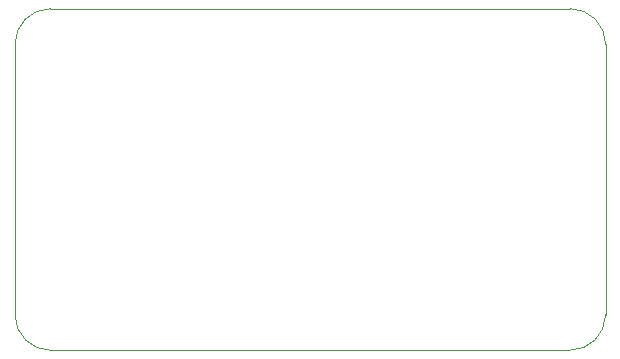
<source format=gbr>
G04 #@! TF.GenerationSoftware,KiCad,Pcbnew,(5.1.7-0-10_14)*
G04 #@! TF.CreationDate,2020-12-22T02:57:25-08:00*
G04 #@! TF.ProjectId,OPL3_breakout,4f504c33-5f62-4726-9561-6b6f75742e6b,1*
G04 #@! TF.SameCoordinates,Original*
G04 #@! TF.FileFunction,Profile,NP*
%FSLAX46Y46*%
G04 Gerber Fmt 4.6, Leading zero omitted, Abs format (unit mm)*
G04 Created by KiCad (PCBNEW (5.1.7-0-10_14)) date 2020-12-22 02:57:25*
%MOMM*%
%LPD*%
G01*
G04 APERTURE LIST*
G04 #@! TA.AperFunction,Profile*
%ADD10C,0.038100*%
G04 #@! TD*
G04 APERTURE END LIST*
D10*
X134000000Y-112222000D02*
G75*
G02*
X131000000Y-109222000I0J3000000D01*
G01*
X181000000Y-109222000D02*
G75*
G02*
X178000000Y-112222000I-3000000J0D01*
G01*
X178000000Y-83302000D02*
G75*
G02*
X181000000Y-86302000I0J-3000000D01*
G01*
X131000000Y-86302000D02*
G75*
G02*
X134000000Y-83302000I3000000J0D01*
G01*
X181000000Y-86302000D02*
X181000000Y-109222000D01*
X131000000Y-86302000D02*
X131000000Y-109222000D01*
X134000000Y-112222000D02*
X178000000Y-112222000D01*
X134000000Y-83302000D02*
X178000000Y-83302000D01*
M02*

</source>
